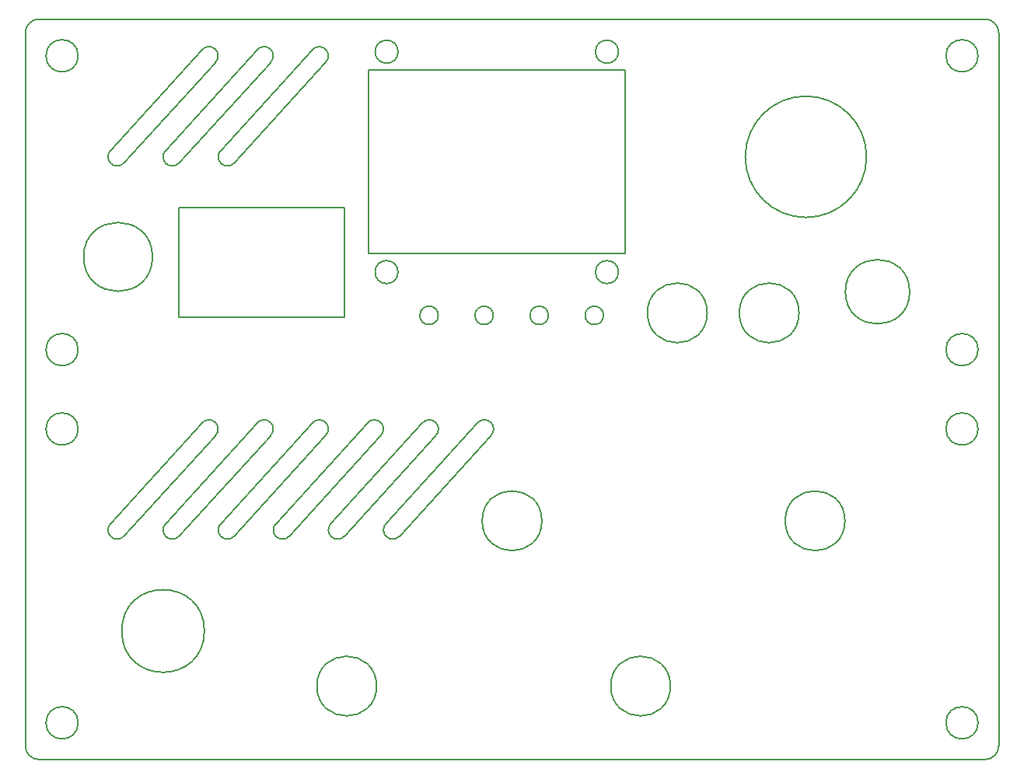
<source format=gbr>
G04 #@! TF.GenerationSoftware,KiCad,Pcbnew,(5.1.5)-3*
G04 #@! TF.CreationDate,2023-04-04T17:23:51-04:00*
G04 #@! TF.ProjectId,FacePlates,46616365-506c-4617-9465-732e6b696361,rev?*
G04 #@! TF.SameCoordinates,Original*
G04 #@! TF.FileFunction,Profile,NP*
%FSLAX46Y46*%
G04 Gerber Fmt 4.6, Leading zero omitted, Abs format (unit mm)*
G04 Created by KiCad (PCBNEW (5.1.5)-3) date 2023-04-04 17:23:51*
%MOMM*%
%LPD*%
G04 APERTURE LIST*
%ADD10C,0.200000*%
G04 APERTURE END LIST*
D10*
X191644400Y-89452401D02*
X191644400Y-93092399D01*
X85644400Y-89452401D02*
X85644400Y-93092399D01*
X106904461Y-105919725D02*
X116900005Y-94924659D01*
X124315519Y-96333748D02*
X114384555Y-107264835D01*
X120384555Y-107264835D02*
G75*
G02X118904461Y-105919725I-740155J672436D01*
G01*
X112904461Y-105919725D02*
X122900005Y-94924659D01*
X126384555Y-107264835D02*
X136315519Y-96333748D01*
X120384555Y-107264835D02*
X130315519Y-96333748D01*
X114384555Y-107264835D02*
G75*
G02X112904461Y-105919725I-740155J672436D01*
G01*
X126384555Y-107264835D02*
G75*
G02X124904461Y-105919725I-740155J672436D01*
G01*
X118315519Y-96333748D02*
X108384555Y-107264835D01*
X128900005Y-94924659D02*
X118904461Y-105919725D01*
X128900005Y-94924659D02*
G75*
G02X130315519Y-96333748I744395J-667740D01*
G01*
X134900005Y-94924659D02*
X124904461Y-105919725D01*
X108384555Y-107264835D02*
G75*
G02X106904461Y-105919725I-740155J672436D01*
G01*
X122900005Y-94924659D02*
G75*
G02X124315519Y-96333748I744395J-667740D01*
G01*
X116900005Y-94924659D02*
G75*
G02X118315519Y-96333748I744395J-667740D01*
G01*
X134900005Y-94924659D02*
G75*
G02X136315519Y-96333748I744395J-667740D01*
G01*
X91394400Y-95592399D02*
G75*
G03X91394400Y-95592399I-1750000J0D01*
G01*
X112315519Y-96333748D02*
X102384555Y-107264835D01*
X96384555Y-107264835D02*
X106315519Y-96333748D01*
X189394400Y-127592399D02*
G75*
G03X189394400Y-127592399I-1750000J0D01*
G01*
X96384555Y-107264835D02*
G75*
G02X94904461Y-105919725I-740155J672436D01*
G01*
X87144400Y-131592399D02*
X190144400Y-131592399D01*
X91394400Y-127592399D02*
G75*
G03X91394400Y-127592399I-1750000J0D01*
G01*
X104900005Y-94924659D02*
X94904461Y-105919725D01*
X123894400Y-123592399D02*
G75*
G03X123894400Y-123592399I-3250000J0D01*
G01*
X174894400Y-105592400D02*
G75*
G03X174894400Y-105592400I-3250000J0D01*
G01*
X110900005Y-94924659D02*
G75*
G02X112315519Y-96333748I744395J-667740D01*
G01*
X189394400Y-95592399D02*
G75*
G03X189394400Y-95592399I-1750000J0D01*
G01*
X100904461Y-105919725D02*
X110900005Y-94924659D01*
X102384555Y-107264835D02*
G75*
G02X100904461Y-105919725I-740155J672436D01*
G01*
X141894400Y-105592400D02*
G75*
G03X141894400Y-105592400I-3250000J0D01*
G01*
X85644400Y-93092399D02*
X85644400Y-130092400D01*
X104900005Y-94924659D02*
G75*
G02X106315519Y-96333748I744395J-667740D01*
G01*
X87144400Y-131592400D02*
G75*
G02X85644400Y-130092400I0J1500000D01*
G01*
X105144400Y-117592399D02*
G75*
G03X105144400Y-117592399I-4500000J0D01*
G01*
X155894400Y-123592399D02*
G75*
G03X155894400Y-123592399I-3250000J0D01*
G01*
X191644400Y-130092399D02*
G75*
G02X190144400Y-131592399I-1500000J0D01*
G01*
X91394400Y-95592399D02*
G75*
G03X91394400Y-95592399I-1750000J0D01*
G01*
X174894400Y-105592400D02*
G75*
G03X174894400Y-105592400I-3250000J0D01*
G01*
X191644400Y-130092399D02*
X191644400Y-93092399D01*
X189394400Y-95592399D02*
G75*
G03X189394400Y-95592399I-1750000J0D01*
G01*
X155894400Y-123592399D02*
G75*
G03X155894400Y-123592399I-3250000J0D01*
G01*
X141894400Y-105592400D02*
G75*
G03X141894400Y-105592400I-3250000J0D01*
G01*
X105144400Y-117592399D02*
G75*
G03X105144400Y-117592399I-4500000J0D01*
G01*
X91394400Y-127592399D02*
G75*
G03X91394400Y-127592399I-1750000J0D01*
G01*
X123894400Y-123592399D02*
G75*
G03X123894400Y-123592399I-3250000J0D01*
G01*
X189394400Y-127592399D02*
G75*
G03X189394400Y-127592399I-1750000J0D01*
G01*
X120384555Y-107264835D02*
G75*
G02X118904461Y-105919725I-740155J672436D01*
G01*
X96384555Y-107264835D02*
X106315519Y-96333748D01*
X128900005Y-94924659D02*
G75*
G02X130315519Y-96333748I744395J-667740D01*
G01*
X108384555Y-107264835D02*
G75*
G02X106904461Y-105919725I-740155J672436D01*
G01*
X110900005Y-94924659D02*
G75*
G02X112315519Y-96333748I744395J-667740D01*
G01*
X122900005Y-94924659D02*
G75*
G02X124315519Y-96333748I744395J-667740D01*
G01*
X112315519Y-96333748D02*
X102384555Y-107264835D01*
X124315519Y-96333748D02*
X114384555Y-107264835D01*
X134900005Y-94924659D02*
X124904461Y-105919725D01*
X120384555Y-107264835D02*
X130315519Y-96333748D01*
X96384555Y-107264835D02*
G75*
G02X94904461Y-105919725I-740155J672436D01*
G01*
X116900005Y-94924659D02*
G75*
G02X118315519Y-96333748I744395J-667740D01*
G01*
X114384555Y-107264835D02*
G75*
G02X112904461Y-105919725I-740155J672436D01*
G01*
X126384555Y-107264835D02*
X136315519Y-96333748D01*
X118315519Y-96333748D02*
X108384555Y-107264835D01*
X128900005Y-94924659D02*
X118904461Y-105919725D01*
X100904461Y-105919725D02*
X110900005Y-94924659D01*
X126384555Y-107264835D02*
G75*
G02X124904461Y-105919725I-740155J672436D01*
G01*
X134900005Y-94924659D02*
G75*
G02X136315519Y-96333748I744395J-667740D01*
G01*
X102384555Y-107264835D02*
G75*
G02X100904461Y-105919725I-740155J672436D01*
G01*
X106904461Y-105919725D02*
X116900005Y-94924659D01*
X104900005Y-94924659D02*
X94904461Y-105919725D01*
X112904461Y-105919725D02*
X122900005Y-94924659D01*
X104900005Y-94924659D02*
G75*
G02X106315519Y-96333748I744395J-667740D01*
G01*
X85644400Y-93092399D02*
X85644400Y-130092400D01*
X87144400Y-131592399D02*
X190144400Y-131592399D01*
X191644400Y-130092400D02*
X191644400Y-93092399D01*
X191644400Y-130092399D02*
G75*
G02X190144400Y-131592399I-1500000J0D01*
G01*
X87144400Y-131592400D02*
G75*
G02X85644400Y-130092400I0J1500000D01*
G01*
X104900005Y-54284660D02*
X94904461Y-65279726D01*
X148604625Y-83224723D02*
G75*
G03X148604625Y-83224723I-1000000J0D01*
G01*
X112315519Y-55693749D02*
X102384555Y-66624836D01*
X136604625Y-83224723D02*
G75*
G03X136604625Y-83224723I-1000000J0D01*
G01*
X102384555Y-66624836D02*
G75*
G02X100904461Y-65279726I-740155J672436D01*
G01*
X104900005Y-54284660D02*
G75*
G02X106315519Y-55693749I744395J-667740D01*
G01*
X118315519Y-55693749D02*
X108384555Y-66624836D01*
X110900005Y-54284660D02*
G75*
G02X112315519Y-55693749I744395J-667740D01*
G01*
X108384555Y-66624836D02*
G75*
G02X106904461Y-65279726I-740155J672436D01*
G01*
X96384555Y-66624836D02*
G75*
G02X94904461Y-65279726I-740155J672436D01*
G01*
X100904461Y-65279726D02*
X110900005Y-54284660D01*
X96384555Y-66624836D02*
X106315519Y-55693749D01*
X116900005Y-54284660D02*
G75*
G02X118315519Y-55693749I744395J-667740D01*
G01*
X106904461Y-65279726D02*
X116900005Y-54284660D01*
X189394400Y-54952400D02*
G75*
G03X189394400Y-54952400I-1750000J0D01*
G01*
X150232761Y-54508547D02*
G75*
G03X150232761Y-54508547I-1250000J0D01*
G01*
X126232761Y-54508547D02*
G75*
G03X126232761Y-54508547I-1250000J0D01*
G01*
X169894400Y-82952401D02*
G75*
G03X169894400Y-82952401I-3250000J0D01*
G01*
X150982760Y-56508549D02*
X150982760Y-76508549D01*
X91394400Y-86952401D02*
G75*
G03X91394400Y-86952401I-1750000J0D01*
G01*
X102357490Y-83452400D02*
X102357490Y-71452400D01*
X120357490Y-71452400D02*
X120357490Y-83452400D01*
X120357490Y-83452400D02*
X102357490Y-83452400D01*
X91394400Y-54952400D02*
G75*
G03X91394400Y-54952400I-1750000J0D01*
G01*
X150982760Y-76508549D02*
X122982760Y-76508549D01*
X189394400Y-86952401D02*
G75*
G03X189394400Y-86952401I-1750000J0D01*
G01*
X142604625Y-83224723D02*
G75*
G03X142604625Y-83224723I-1000000J0D01*
G01*
X159894400Y-82952401D02*
G75*
G03X159894400Y-82952401I-3250000J0D01*
G01*
X130604625Y-83224723D02*
G75*
G03X130604625Y-83224723I-1000000J0D01*
G01*
X177248400Y-65952400D02*
G75*
G03X177248400Y-65952400I-6604000J0D01*
G01*
X150232761Y-78508547D02*
G75*
G03X150232761Y-78508547I-1250000J0D01*
G01*
X99494400Y-76852400D02*
G75*
G03X99494400Y-76852400I-3750000J0D01*
G01*
X102357490Y-71452400D02*
X120357490Y-71452400D01*
X122982760Y-56508549D02*
X150982760Y-56508549D01*
X126232761Y-78508547D02*
G75*
G03X126232761Y-78508547I-1250000J0D01*
G01*
X181944400Y-80652400D02*
G75*
G03X181944400Y-80652400I-3500000J0D01*
G01*
X122982760Y-76508549D02*
X122982760Y-56508549D01*
X91394400Y-54952400D02*
G75*
G03X91394400Y-54952400I-1750000J0D01*
G01*
X189394400Y-86952401D02*
G75*
G03X189394400Y-86952401I-1750000J0D01*
G01*
X91394400Y-86952401D02*
G75*
G03X91394400Y-86952401I-1750000J0D01*
G01*
X191644400Y-89452401D02*
X191644400Y-52452400D01*
X150232761Y-54508547D02*
G75*
G03X150232761Y-54508547I-1250000J0D01*
G01*
X181944400Y-80652400D02*
G75*
G03X181944400Y-80652400I-3500000J0D01*
G01*
X142604625Y-83224723D02*
G75*
G03X142604625Y-83224723I-1000000J0D01*
G01*
X148604625Y-83224723D02*
G75*
G03X148604625Y-83224723I-1000000J0D01*
G01*
X177248400Y-65952400D02*
G75*
G03X177248400Y-65952400I-6604000J0D01*
G01*
X150232761Y-78508547D02*
G75*
G03X150232761Y-78508547I-1250000J0D01*
G01*
X85644400Y-52452400D02*
X85644400Y-89452401D01*
X85644399Y-52452399D02*
G75*
G02X87144400Y-50952400I1500000J-1D01*
G01*
X190144400Y-50952400D02*
X87144400Y-50952400D01*
X136604625Y-83224723D02*
G75*
G03X136604625Y-83224723I-1000000J0D01*
G01*
X159894400Y-82952401D02*
G75*
G03X159894400Y-82952401I-3250000J0D01*
G01*
X130604625Y-83224723D02*
G75*
G03X130604625Y-83224723I-1000000J0D01*
G01*
X99494400Y-76852400D02*
G75*
G03X99494400Y-76852400I-3750000J0D01*
G01*
X126232761Y-78508547D02*
G75*
G03X126232761Y-78508547I-1250000J0D01*
G01*
X126232761Y-54508547D02*
G75*
G03X126232761Y-54508547I-1250000J0D01*
G01*
X190144400Y-50952400D02*
G75*
G02X191644400Y-52452400I0J-1500000D01*
G01*
X110900005Y-54284660D02*
G75*
G02X112315519Y-55693749I744395J-667740D01*
G01*
X122982760Y-76508549D02*
X122982760Y-56508549D01*
X104900005Y-54284660D02*
G75*
G02X106315519Y-55693749I744395J-667740D01*
G01*
X106904461Y-65279726D02*
X116900005Y-54284660D01*
X100904461Y-65279726D02*
X110900005Y-54284660D01*
X112315519Y-55693749D02*
X102384555Y-66624836D01*
X102384555Y-66624836D02*
G75*
G02X100904461Y-65279726I-740155J672436D01*
G01*
X118315519Y-55693749D02*
X108384555Y-66624836D01*
X122982760Y-56508549D02*
X150982760Y-56508549D01*
X150982760Y-76508549D02*
X122982760Y-76508549D01*
X190144400Y-50952400D02*
G75*
G02X191644400Y-52452400I0J-1500000D01*
G01*
X96384555Y-66624836D02*
G75*
G02X94904461Y-65279726I-740155J672436D01*
G01*
X102357490Y-83452400D02*
X102357490Y-71452400D01*
X189394400Y-54952400D02*
G75*
G03X189394400Y-54952400I-1750000J0D01*
G01*
X102357490Y-71452400D02*
X120357490Y-71452400D01*
X96384555Y-66624836D02*
X106315519Y-55693749D01*
X108384555Y-66624836D02*
G75*
G02X106904461Y-65279726I-740155J672436D01*
G01*
X120357490Y-71452400D02*
X120357490Y-83452400D01*
X116900005Y-54284660D02*
G75*
G02X118315519Y-55693749I744395J-667740D01*
G01*
X120357490Y-83452400D02*
X102357490Y-83452400D01*
X169894400Y-82952401D02*
G75*
G03X169894400Y-82952401I-3250000J0D01*
G01*
X104900005Y-54284660D02*
X94904461Y-65279726D01*
X150982760Y-56508549D02*
X150982760Y-76508549D01*
X85644400Y-52452400D02*
X85644400Y-89452401D01*
X85644399Y-52452399D02*
G75*
G02X87144400Y-50952400I1500000J-1D01*
G01*
X191644400Y-89452401D02*
X191644400Y-52452400D01*
X190144400Y-50952400D02*
X87144400Y-50952400D01*
M02*

</source>
